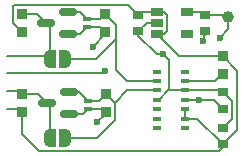
<source format=gtl>
%TF.GenerationSoftware,KiCad,Pcbnew,9.0.6-9.0.6~ubuntu22.04.1*%
%TF.CreationDate,2026-01-23T17:02:29+00:00*%
%TF.ProjectId,vm_i2c_pulse_oximeter,766d5f69-3263-45f7-9075-6c73655f6f78,0.1*%
%TF.SameCoordinates,PX577fe70PY4b1a130*%
%TF.FileFunction,Copper,L1,Top*%
%TF.FilePolarity,Positive*%
%FSLAX45Y45*%
G04 Gerber Fmt 4.5, Leading zero omitted, Abs format (unit mm)*
G04 Created by KiCad (PCBNEW 9.0.6-9.0.6~ubuntu22.04.1) date 2026-01-23 17:02:29*
%MOMM*%
%LPD*%
G01*
G04 APERTURE LIST*
G04 Aperture macros list*
%AMRoundRect*
0 Rectangle with rounded corners*
0 $1 Rounding radius*
0 $2 $3 $4 $5 $6 $7 $8 $9 X,Y pos of 4 corners*
0 Add a 4 corners polygon primitive as box body*
4,1,4,$2,$3,$4,$5,$6,$7,$8,$9,$2,$3,0*
0 Add four circle primitives for the rounded corners*
1,1,$1+$1,$2,$3*
1,1,$1+$1,$4,$5*
1,1,$1+$1,$6,$7*
1,1,$1+$1,$8,$9*
0 Add four rect primitives between the rounded corners*
20,1,$1+$1,$2,$3,$4,$5,0*
20,1,$1+$1,$4,$5,$6,$7,0*
20,1,$1+$1,$6,$7,$8,$9,0*
20,1,$1+$1,$8,$9,$2,$3,0*%
%AMFreePoly0*
4,1,23,0.500000,-0.750000,0.000000,-0.750000,0.000000,-0.745722,-0.065263,-0.745722,-0.191342,-0.711940,-0.304381,-0.646677,-0.396677,-0.554381,-0.461940,-0.441342,-0.495722,-0.315263,-0.495722,-0.250000,-0.500000,-0.250000,-0.500000,0.250000,-0.495722,0.250000,-0.495722,0.315263,-0.461940,0.441342,-0.396677,0.554381,-0.304381,0.646677,-0.191342,0.711940,-0.065263,0.745722,0.000000,0.745722,
0.000000,0.750000,0.500000,0.750000,0.500000,-0.750000,0.500000,-0.750000,$1*%
%AMFreePoly1*
4,1,23,0.000000,0.745722,0.065263,0.745722,0.191342,0.711940,0.304381,0.646677,0.396677,0.554381,0.461940,0.441342,0.495722,0.315263,0.495722,0.250000,0.500000,0.250000,0.500000,-0.250000,0.495722,-0.250000,0.495722,-0.315263,0.461940,-0.441342,0.396677,-0.554381,0.304381,-0.646677,0.191342,-0.711940,0.065263,-0.745722,0.000000,-0.745722,0.000000,-0.750000,-0.500000,-0.750000,
-0.500000,0.750000,0.000000,0.750000,0.000000,0.745722,0.000000,0.745722,$1*%
G04 Aperture macros list end*
%TA.AperFunction,SMDPad,CuDef*%
%ADD10FreePoly0,0.000000*%
%TD*%
%TA.AperFunction,SMDPad,CuDef*%
%ADD11FreePoly1,0.000000*%
%TD*%
%TA.AperFunction,SMDPad,CuDef*%
%ADD12R,0.860000X0.810000*%
%TD*%
%TA.AperFunction,SMDPad,CuDef*%
%ADD13R,0.900000X0.800000*%
%TD*%
%TA.AperFunction,SMDPad,CuDef*%
%ADD14C,1.000000*%
%TD*%
%TA.AperFunction,SMDPad,CuDef*%
%ADD15C,0.125000*%
%TD*%
%TA.AperFunction,SMDPad,CuDef*%
%ADD16R,1.100000X0.700000*%
%TD*%
%TA.AperFunction,SMDPad,CuDef*%
%ADD17RoundRect,0.150000X0.587500X0.150000X-0.587500X0.150000X-0.587500X-0.150000X0.587500X-0.150000X0*%
%TD*%
%TA.AperFunction,SMDPad,CuDef*%
%ADD18RoundRect,0.087500X-0.287500X-0.087500X0.287500X-0.087500X0.287500X0.087500X-0.287500X0.087500X0*%
%TD*%
%TA.AperFunction,SMDPad,CuDef*%
%ADD19RoundRect,0.050000X-0.300000X0.150000X-0.300000X-0.150000X0.300000X-0.150000X0.300000X0.150000X0*%
%TD*%
%TA.AperFunction,ViaPad*%
%ADD20C,0.600000*%
%TD*%
%TA.AperFunction,Conductor*%
%ADD21C,0.200000*%
%TD*%
G04 APERTURE END LIST*
D10*
%TO.P,JP1,1,A*%
%TO.N,/SCL*%
X-640000Y175000D03*
D11*
%TO.P,JP1,2,B*%
%TO.N,/LV_SCL*%
X-510000Y175000D03*
%TD*%
D12*
%TO.P,R5,1*%
%TO.N,/LV_SDA*%
X-163750Y-125000D03*
%TO.P,R5,2*%
%TO.N,+1V8*%
X-163750Y-275000D03*
%TD*%
D13*
%TO.P,C2,1*%
%TO.N,+3V3*%
X825000Y-550000D03*
%TO.P,C2,2*%
%TO.N,GND*%
X825000Y-410000D03*
%TD*%
D14*
%TO.P,TP1,1,1*%
%TO.N,+1V8*%
X875000Y525000D03*
%TD*%
D15*
%TO.P,GS4,1,SDA*%
%TO.N,/SDA*%
X-1000000Y-100000D03*
%TD*%
D16*
%TO.P,U2,1,IN*%
%TO.N,+3V3*%
X267250Y570000D03*
%TO.P,U2,2,GND*%
%TO.N,GND*%
X267250Y475000D03*
%TO.P,U2,3,EN*%
%TO.N,+3V3*%
X267250Y380000D03*
%TO.P,U2,4,NC*%
%TO.N,unconnected-(U2-NC-Pad4)*%
X525250Y380000D03*
%TO.P,U2,5,OUT*%
%TO.N,+1V8*%
X525250Y570000D03*
%TD*%
D12*
%TO.P,R4,1*%
%TO.N,/LV_SCL*%
X-168750Y550000D03*
%TO.P,R4,2*%
%TO.N,+1V8*%
X-168750Y400000D03*
%TD*%
D13*
%TO.P,C4,1*%
%TO.N,+1V8*%
X675250Y545000D03*
%TO.P,C4,2*%
%TO.N,GND*%
X675250Y405000D03*
%TD*%
D17*
%TO.P,Q2,1,G*%
%TO.N,+1V8*%
X-476250Y-295000D03*
%TO.P,Q2,2,S*%
%TO.N,/LV_SDA*%
X-476250Y-105000D03*
%TO.P,Q2,3,D*%
%TO.N,/SDA*%
X-663750Y-200000D03*
%TD*%
D12*
%TO.P,R1,1*%
%TO.N,Net-(U1-~{INT})*%
X825000Y45000D03*
%TO.P,R1,2*%
%TO.N,+3V3*%
X825000Y195000D03*
%TD*%
D17*
%TO.P,Q1,1,G*%
%TO.N,+1V8*%
X-481250Y380000D03*
%TO.P,Q1,2,S*%
%TO.N,/LV_SCL*%
X-481250Y570000D03*
%TO.P,Q1,3,D*%
%TO.N,/SCL*%
X-668750Y475000D03*
%TD*%
D15*
%TO.P,GS2,1,GND*%
%TO.N,GND*%
X-1000000Y50000D03*
%TD*%
D18*
%TO.P,U1,1,NC*%
%TO.N,unconnected-(U1-NC-Pad1)*%
X267500Y65000D03*
%TO.P,U1,2,SCL*%
%TO.N,/LV_SCL*%
X267500Y-15000D03*
%TO.P,U1,3,SDA*%
%TO.N,/LV_SDA*%
X267500Y-95000D03*
%TO.P,U1,4,PGND*%
%TO.N,GND*%
X267500Y-175000D03*
%TO.P,U1,5,NC*%
%TO.N,unconnected-(U1-NC-Pad5)*%
X267500Y-255000D03*
%TO.P,U1,6,NC*%
%TO.N,unconnected-(U1-NC-Pad6)*%
X267500Y-335000D03*
%TO.P,U1,7,NC*%
%TO.N,unconnected-(U1-NC-Pad7)*%
X267500Y-415000D03*
%TO.P,U1,8,NC*%
%TO.N,unconnected-(U1-NC-Pad8)*%
X507500Y-415000D03*
%TO.P,U1,9,VLED+*%
%TO.N,+3V3*%
X507500Y-335000D03*
%TO.P,U1,10,VLED+*%
X507500Y-255000D03*
%TO.P,U1,11,VDD*%
%TO.N,+1V8*%
X507500Y-175000D03*
%TO.P,U1,12,GND*%
%TO.N,GND*%
X507500Y-95000D03*
%TO.P,U1,13,~{INT}*%
%TO.N,Net-(U1-~{INT})*%
X507500Y-15000D03*
%TO.P,U1,14,NC*%
%TO.N,unconnected-(U1-NC-Pad14)*%
X507500Y65000D03*
%TD*%
D13*
%TO.P,C1,1*%
%TO.N,+1V8*%
X825000Y-250000D03*
%TO.P,C1,2*%
%TO.N,GND*%
X825000Y-110000D03*
%TD*%
D19*
%TO.P,D2,1,A1*%
%TO.N,/LV_SDA*%
X-313750Y-180000D03*
%TO.P,D2,2,A2*%
%TO.N,+1V8*%
X-313750Y-250000D03*
%TD*%
D15*
%TO.P,GS3,1,SCL*%
%TO.N,/SCL*%
X-1000000Y200000D03*
%TD*%
D12*
%TO.P,R3,1*%
%TO.N,/SDA*%
X-875000Y-125000D03*
%TO.P,R3,2*%
%TO.N,+3V3*%
X-875000Y-275000D03*
%TD*%
D19*
%TO.P,D1,1,A1*%
%TO.N,/LV_SCL*%
X-318750Y510000D03*
%TO.P,D1,2,A2*%
%TO.N,+1V8*%
X-318750Y440000D03*
%TD*%
D15*
%TO.P,GS1,1,+3V3*%
%TO.N,+3V3*%
X-1000000Y-250000D03*
%TD*%
D10*
%TO.P,JP2,1,A*%
%TO.N,/SDA*%
X-635000Y-500000D03*
D11*
%TO.P,JP2,2,B*%
%TO.N,/LV_SDA*%
X-505000Y-500000D03*
%TD*%
D12*
%TO.P,R2,1*%
%TO.N,/SCL*%
X-875000Y550000D03*
%TO.P,R2,2*%
%TO.N,+3V3*%
X-875000Y400000D03*
%TD*%
D13*
%TO.P,C3,1*%
%TO.N,+3V3*%
X112750Y545000D03*
%TO.P,C3,2*%
%TO.N,GND*%
X112750Y405000D03*
%TD*%
D20*
%TO.N,GND*%
X-170000Y70000D03*
X660000Y320000D03*
X320000Y210000D03*
%TO.N,+1V8*%
X800000Y350000D03*
X-275000Y275000D03*
X-235000Y-365000D03*
X625000Y-175000D03*
%TD*%
D21*
%TO.N,GND*%
X320000Y210000D02*
X370000Y160000D01*
X320000Y210000D02*
X266375Y210000D01*
X90000Y382250D02*
X112750Y405000D01*
X902600Y-187600D02*
X902600Y-332400D01*
X370000Y160000D02*
X370000Y-88720D01*
X-1000000Y50000D02*
X-190000Y50000D01*
X670000Y368871D02*
X675250Y374121D01*
X675250Y374121D02*
X675250Y405000D01*
X182750Y475000D02*
X267250Y475000D01*
X902600Y-332400D02*
X825000Y-410000D01*
X810000Y-95000D02*
X825000Y-110000D01*
X283720Y-175000D02*
X267500Y-175000D01*
X507500Y-95000D02*
X810000Y-95000D01*
X112750Y363625D02*
X112750Y405000D01*
X363720Y-95000D02*
X283720Y-175000D01*
X825000Y-110000D02*
X902600Y-187600D01*
X112750Y405000D02*
X182750Y475000D01*
X507500Y-95000D02*
X363720Y-95000D01*
X-190000Y50000D02*
X-170000Y70000D01*
X670000Y330000D02*
X670000Y368871D01*
X266375Y210000D02*
X112750Y363625D01*
X370000Y-88720D02*
X363720Y-95000D01*
X660000Y320000D02*
X670000Y330000D01*
%TO.N,+3V3*%
X825000Y195000D02*
X947700Y72300D01*
X947700Y72300D02*
X947700Y-427300D01*
X137750Y570000D02*
X112750Y545000D01*
X-900000Y-250000D02*
X-875000Y-275000D01*
X825000Y-550000D02*
X825000Y-575000D01*
X327450Y380000D02*
X354850Y407400D01*
X-941100Y632600D02*
X-950600Y623100D01*
X507500Y-255000D02*
X507500Y-335000D01*
X452250Y195000D02*
X825000Y195000D01*
X-1000000Y-250000D02*
X-900000Y-250000D01*
X825000Y-575000D02*
X791900Y-608100D01*
X-875000Y-465500D02*
X-732400Y-608100D01*
X452250Y195000D02*
X267250Y380000D01*
X267250Y380000D02*
X327450Y380000D01*
X-950600Y623100D02*
X-950600Y475600D01*
X-875000Y-275000D02*
X-875000Y-465500D01*
X326250Y570000D02*
X267250Y570000D01*
X-950600Y475600D02*
X-875000Y400000D01*
X791900Y-608100D02*
X-732400Y-608100D01*
X112750Y545000D02*
X25150Y632600D01*
X354850Y541400D02*
X326250Y570000D01*
X507500Y-335000D02*
X610000Y-335000D01*
X610000Y-335000D02*
X825000Y-550000D01*
X25150Y632600D02*
X-941100Y632600D01*
X947700Y-427300D02*
X825000Y-550000D01*
X267250Y570000D02*
X137750Y570000D01*
X354850Y407400D02*
X354850Y541400D01*
%TO.N,/SCL*%
X-640000Y175000D02*
X-640000Y446250D01*
X-743750Y550000D02*
X-668750Y475000D01*
X-640000Y446250D02*
X-668750Y475000D01*
X-875000Y550000D02*
X-743750Y550000D01*
X-665000Y200000D02*
X-640000Y175000D01*
X-1000000Y200000D02*
X-665000Y200000D01*
%TO.N,/SDA*%
X-738750Y-125000D02*
X-663750Y-200000D01*
X-900000Y-100000D02*
X-875000Y-125000D01*
X-875000Y-125000D02*
X-738750Y-125000D01*
X-635000Y-228750D02*
X-663750Y-200000D01*
X-635000Y-500000D02*
X-635000Y-228750D01*
X-1000000Y-100000D02*
X-900000Y-100000D01*
%TO.N,+1V8*%
X-358750Y-295000D02*
X-313750Y-250000D01*
X625000Y-175000D02*
X507500Y-175000D01*
X-163750Y-293750D02*
X-163750Y-275000D01*
X675250Y545000D02*
X855000Y545000D01*
X-208750Y440000D02*
X-168750Y400000D01*
X-188750Y-250000D02*
X-163750Y-275000D01*
X750000Y-175000D02*
X825000Y-250000D01*
X-313750Y-250000D02*
X-188750Y-250000D01*
X525250Y570000D02*
X650250Y570000D01*
X-168750Y400000D02*
X-168750Y381250D01*
X875000Y425000D02*
X800000Y350000D01*
X855000Y545000D02*
X875000Y525000D01*
X875000Y525000D02*
X875000Y425000D01*
X-476250Y-295000D02*
X-358750Y-295000D01*
X-168750Y381250D02*
X-275000Y275000D01*
X-378750Y380000D02*
X-318750Y440000D01*
X650250Y570000D02*
X675250Y545000D01*
X625000Y-175000D02*
X750000Y-175000D01*
X-481250Y380000D02*
X-378750Y380000D01*
X-318750Y440000D02*
X-208750Y440000D01*
X-235000Y-365000D02*
X-163750Y-293750D01*
%TO.N,/LV_SCL*%
X-510000Y175000D02*
X-245050Y175000D01*
X-75000Y75000D02*
X-75000Y345050D01*
X-481250Y570000D02*
X-378750Y570000D01*
X15000Y-15000D02*
X-75000Y75000D01*
X-318750Y510000D02*
X-208750Y510000D01*
X-208750Y510000D02*
X-168750Y550000D01*
X-378750Y570000D02*
X-318750Y510000D01*
X-75000Y456250D02*
X-168750Y550000D01*
X-75000Y345050D02*
X-75000Y456250D01*
X267500Y-15000D02*
X15000Y-15000D01*
X-245050Y175000D02*
X-75000Y345050D01*
%TO.N,/LV_SDA*%
X17450Y-95000D02*
X267500Y-95000D01*
X-88150Y-200600D02*
X17450Y-95000D01*
X-88150Y-200600D02*
X-163750Y-125000D01*
X-505000Y-500000D02*
X-240050Y-500000D01*
X-88150Y-348100D02*
X-88150Y-200600D01*
X-240050Y-500000D02*
X-88150Y-348100D01*
X-218750Y-180000D02*
X-163750Y-125000D01*
X-388750Y-105000D02*
X-313750Y-180000D01*
X-476250Y-105000D02*
X-388750Y-105000D01*
X-313750Y-180000D02*
X-218750Y-180000D01*
%TO.N,Net-(U1-~{INT})*%
X765000Y-15000D02*
X825000Y45000D01*
X507500Y-15000D02*
X765000Y-15000D01*
%TD*%
M02*

</source>
